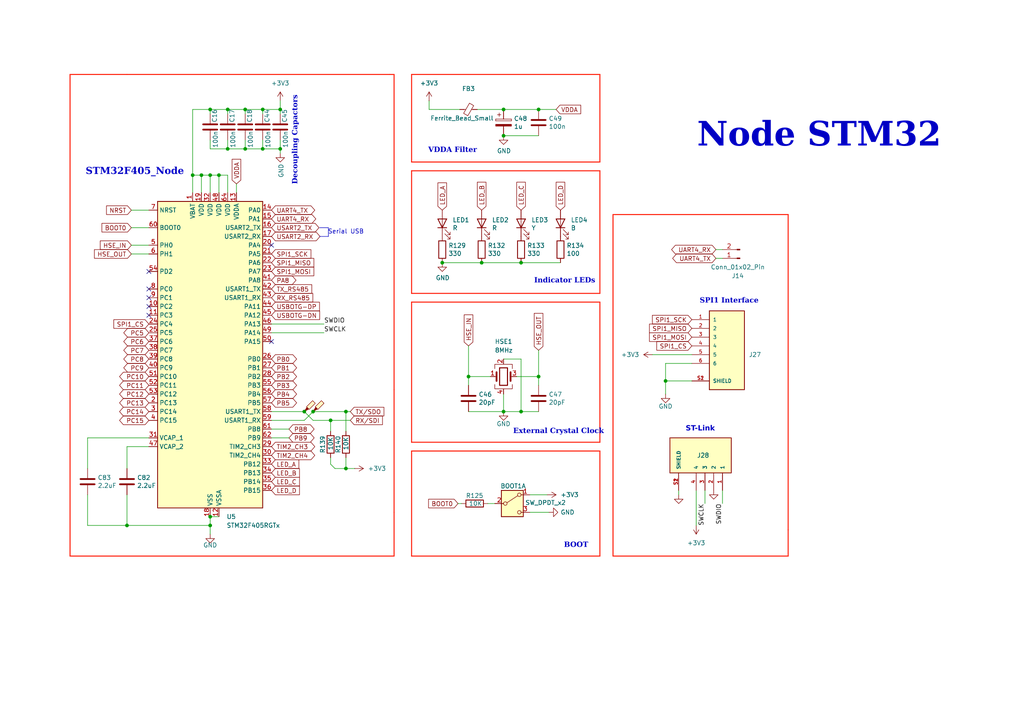
<source format=kicad_sch>
(kicad_sch (version 20231120) (generator "eeschema") (generator_version "8.0")
  (paper "A4")
  (lib_symbols
    (symbol "0533980671:0533980671" (pin_names (offset 1.016))
      (property "Reference" "J" (at -5.0817 11.1798 0))
      (property "Value" "0533980671" (at -5.0834 -15.2486 0))
      (symbol "0533980671_0_0"
        (rectangle (start -5.08 -12.7) (end 5.08 10.16) (stroke (width 0.254)) (fill (type background)))
        (pin passive line (at 10.16 7.62 180) (length 5.08) (name "1") (number "1"))
        (pin passive line (at 10.16 5.08 180) (length 5.08) (name "2") (number "2"))
        (pin passive line (at 10.16 2.54 180) (length 5.08) (name "3") (number "3"))
        (pin passive line (at 10.16 0 180) (length 5.08) (name "4") (number "4"))
        (pin passive line (at 10.16 -2.54 180) (length 5.08) (name "5") (number "5"))
        (pin passive line (at 10.16 -5.08 180) (length 5.08) (name "6") (number "6"))
        (pin passive line (at 10.16 -10.16 180) (length 5.08) (name "SHIELD") (number "S1"))
        (pin passive line (at 10.16 -10.16 180) (length 5.08) (name "SHIELD") (number "S2"))
      )
    )
    (symbol "Connector:Conn_01x02_Pin" (pin_names (offset 1.016) hide)
      (property "Reference" "J" (at 0 2.54 0))
      (property "Value" "Conn_01x02_Pin" (at 0 -5.08 0))
      (symbol "Conn_01x02_Pin_1_1"
        (polyline (pts (xy 1.27 -2.54) (xy 0.8636 -2.54)) (stroke (width 0.1524)))
        (polyline (pts (xy 1.27 0) (xy 0.8636 0)) (stroke (width 0.1524)))
        (rectangle (start 0.8636 -2.413) (end 0 -2.667) (stroke (width 0.1524)) (fill (type outline)))
        (rectangle (start 0.8636 0.127) (end 0 -0.127) (stroke (width 0.1524)) (fill (type outline)))
        (pin passive line (at 5.08 0 180) (length 3.81) (name "Pin_1") (number "1"))
        (pin passive line (at 5.08 -2.54 180) (length 3.81) (name "Pin_2") (number "2"))
      )
    )
    (symbol "Connector:TestPoint_Probe" (pin_numbers hide) (pin_names (offset 0.762) hide)
      (property "Reference" "TP" (at 1.651 5.842 0))
      (property "Value" "TestPoint_Probe" (at 1.651 4.064 0))
      (symbol "TestPoint_Probe_0_1"
        (polyline (pts (xy 1.27 0.762) (xy 0 0) (xy 0.762 1.27) (xy 1.27 0.762)) (fill (type outline)))
        (polyline (pts (xy 1.397 0.635) (xy 0.635 1.397) (xy 2.413 3.175) (xy 3.175 2.413) (xy 1.397 0.635)) (fill (type background)))
      )
      (symbol "TestPoint_Probe_1_1"
        (pin passive line (at 0 0 90) (length 0) (name "1") (number "1"))
      )
    )
    (symbol "Device:C" (pin_numbers hide) (pin_names (offset 0.254))
      (property "Reference" "C" (at 0.635 2.54 0))
      (property "Value" "C" (at 0.635 -2.54 0))
      (symbol "C_0_1"
        (polyline (pts (xy -2.032 -0.762) (xy 2.032 -0.762)) (stroke (width 0.508)))
        (polyline (pts (xy -2.032 0.762) (xy 2.032 0.762)) (stroke (width 0.508)))
      )
      (symbol "C_1_1"
        (pin passive line (at 0 3.81 270) (length 2.794) (name "~") (number "1"))
        (pin passive line (at 0 -3.81 90) (length 2.794) (name "~") (number "2"))
      )
    )
    (symbol "Device:Crystal_GND24" (pin_names (offset 1.016) hide)
      (property "Reference" "Y" (at 3.175 5.08 0))
      (property "Value" "Crystal_GND24" (at 3.175 3.175 0))
      (symbol "Crystal_GND24_0_1"
        (rectangle (start -1.143 2.54) (end 1.143 -2.54) (stroke (width 0.3048)))
        (polyline (pts (xy -2.54 0) (xy -2.032 0)))
        (polyline (pts (xy -2.032 -1.27) (xy -2.032 1.27)) (stroke (width 0.508)))
        (polyline (pts (xy 0 -3.81) (xy 0 -3.556)))
        (polyline (pts (xy 0 3.556) (xy 0 3.81)))
        (polyline (pts (xy 2.032 -1.27) (xy 2.032 1.27)) (stroke (width 0.508)))
        (polyline (pts (xy 2.032 0) (xy 2.54 0)))
        (polyline (pts (xy -2.54 -2.286) (xy -2.54 -3.556) (xy 2.54 -3.556) (xy 2.54 -2.286)))
        (polyline (pts (xy -2.54 2.286) (xy -2.54 3.556) (xy 2.54 3.556) (xy 2.54 2.286)))
      )
      (symbol "Crystal_GND24_1_1"
        (pin passive line (at -3.81 0 0) (length 1.27) (name "1") (number "1"))
        (pin passive line (at 0 5.08 270) (length 1.27) (name "2") (number "2"))
        (pin passive line (at 3.81 0 180) (length 1.27) (name "3") (number "3"))
        (pin passive line (at 0 -5.08 90) (length 1.27) (name "4") (number "4"))
      )
    )
    (symbol "Device:LED" (pin_numbers hide) (pin_names (offset 1.016) hide)
      (property "Reference" "D" (at 0 2.54 0))
      (property "Value" "LED" (at 0 -2.54 0))
      (symbol "LED_0_1"
        (polyline (pts (xy -1.27 -1.27) (xy -1.27 1.27)) (stroke (width 0.254)))
        (polyline (pts (xy -1.27 0) (xy 1.27 0)))
        (polyline (pts (xy 1.27 -1.27) (xy 1.27 1.27) (xy -1.27 0) (xy 1.27 -1.27)) (stroke (width 0.254)))
        (polyline (pts (xy -3.048 -0.762) (xy -4.572 -2.286) (xy -3.81 -2.286) (xy -4.572 -2.286) (xy -4.572 -1.524)))
        (polyline (pts (xy -1.778 -0.762) (xy -3.302 -2.286) (xy -2.54 -2.286) (xy -3.302 -2.286) (xy -3.302 -1.524)))
      )
      (symbol "LED_1_1"
        (pin passive line (at -3.81 0 0) (length 2.54) (name "K") (number "1"))
        (pin passive line (at 3.81 0 180) (length 2.54) (name "A") (number "2"))
      )
    )
    (symbol "Device:R" (pin_numbers hide) (pin_names (offset 0))
      (property "Reference" "R" (at 2.032 0 90))
      (property "Value" "R" (at 0 0 90))
      (symbol "R_0_1"
        (rectangle (start -1.016 -2.54) (end 1.016 2.54) (stroke (width 0.254)))
      )
      (symbol "R_1_1"
        (pin passive line (at 0 3.81 270) (length 1.27) (name "~") (number "1"))
        (pin passive line (at 0 -3.81 90) (length 1.27) (name "~") (number "2"))
      )
    )
    (symbol "Hades-rescue:CP-Device" (pin_numbers hide) (pin_names (offset 0.254))
      (property "Reference" "C" (at 0.635 2.54 0))
      (property "Value" "Device:CP" (at 0.635 -2.54 0))
      (symbol "CP-Device_0_1"
        (rectangle (start -2.286 0.508) (end -2.286 1.016))
        (rectangle (start -2.286 0.508) (end 2.286 0.508))
        (polyline (pts (xy -1.778 2.286) (xy -0.762 2.286)))
        (polyline (pts (xy -1.27 2.794) (xy -1.27 1.778)))
        (rectangle (start 2.286 -0.508) (end -2.286 -1.016) (fill (type outline)))
        (rectangle (start 2.286 1.016) (end -2.286 1.016))
        (rectangle (start 2.286 1.016) (end 2.286 0.508))
      )
      (symbol "CP-Device_1_1"
        (pin passive line (at 0 3.81 270) (length 2.794) (name "~") (number "1"))
        (pin passive line (at 0 -3.81 90) (length 2.794) (name "~") (number "2"))
      )
    )
    (symbol "Hades-rescue:Ferrite_Bead_Small-Device" (pin_numbers hide) (pin_names (offset 0))
      (property "Reference" "L" (at 1.905 1.27 0))
      (property "Value" "Device:Ferrite_Bead_Small" (at 1.905 -1.27 0))
      (symbol "Ferrite_Bead_Small-Device_0_1"
        (polyline (pts (xy 0 -1.27) (xy 0 -0.7874)))
        (polyline (pts (xy 0 0.889) (xy 0 1.2954)))
        (polyline (pts (xy -1.8288 0.2794) (xy -1.1176 1.4986) (xy 1.8288 -0.2032) (xy 1.1176 -1.4224) (xy -1.8288 0.2794)))
      )
      (symbol "Ferrite_Bead_Small-Device_1_1"
        (pin passive line (at 0 2.54 270) (length 1.27) (name "~") (number "1"))
        (pin passive line (at 0 -2.54 90) (length 1.27) (name "~") (number "2"))
      )
    )
    (symbol "Hades-rescue:GND-power" (power) (pin_names (offset 0))
      (property "Value" "power:GND" (at 0 -3.81 0))
      (symbol "GND-power_0_1"
        (polyline (pts (xy 0 0) (xy 0 -1.27) (xy 1.27 -1.27) (xy 0 -2.54) (xy -1.27 -1.27) (xy 0 -1.27)))
      )
      (symbol "GND-power_1_1"
        (pin power_in line (at 0 0 270) (length 0) hide (name "GND") (number "1"))
      )
    )
    (symbol "MCU_ST_STM32F4:STM32F405RGTx"
      (property "Reference" "U5" (at 4.7341 -45.72 0))
      (property "Value" "STM32F405RGTx" (at 4.7341 -48.26 0))
      (symbol "STM32F405RGTx_1_1"
        (rectangle (start -15.24 45.72) (end 15.24 -43.18) (stroke (width 0.254)) (fill (type background)))
        (pin power_in line (at -5.08 48.26 270) (length 2.54) (name "VBAT") (number "1"))
        (pin bidirectional line (at -17.78 15.24 0) (length 2.54) (name "PC2") (number "10"))
        (pin bidirectional line (at -17.78 12.7 0) (length 2.54) (name "PC3") (number "11"))
        (pin power_in line (at 2.54 -45.72 90) (length 2.54) (name "VSSA") (number "12"))
        (pin power_in line (at 7.62 48.26 270) (length 2.54) (name "VDDA") (number "13"))
        (pin bidirectional line (at 17.78 43.18 180) (length 2.54) (name "PA0") (number "14"))
        (pin bidirectional line (at 17.78 40.64 180) (length 2.54) (name "PA1") (number "15"))
        (pin bidirectional line (at 17.78 38.1 180) (length 2.54) (name "PA2") (number "16") (alternate "TIM2_CH3" bidirectional line) (alternate "USART2_TX" bidirectional line))
        (pin bidirectional line (at 17.78 35.56 180) (length 2.54) (name "PA3") (number "17") (alternate "TIM2_CH4" bidirectional line) (alternate "USART2_RX" bidirectional line))
        (pin power_in line (at 0 -45.72 90) (length 2.54) (name "VSS") (number "18"))
        (pin power_in line (at -2.54 48.26 270) (length 2.54) (name "VDD") (number "19"))
        (pin bidirectional line (at -17.78 -12.7 0) (length 2.54) (name "PC13") (number "2"))
        (pin bidirectional line (at 17.78 33.02 180) (length 2.54) (name "PA4") (number "20"))
        (pin bidirectional line (at 17.78 30.48 180) (length 2.54) (name "PA5") (number "21"))
        (pin bidirectional line (at 17.78 27.94 180) (length 2.54) (name "PA6") (number "22"))
        (pin bidirectional line (at 17.78 25.4 180) (length 2.54) (name "PA7") (number "23"))
        (pin bidirectional line (at -17.78 10.16 0) (length 2.54) (name "PC4") (number "24"))
        (pin bidirectional line (at -17.78 7.62 0) (length 2.54) (name "PC5") (number "25"))
        (pin bidirectional line (at 17.78 0 180) (length 2.54) (name "PB0") (number "26"))
        (pin bidirectional line (at 17.78 -2.54 180) (length 2.54) (name "PB1") (number "27"))
        (pin bidirectional line (at 17.78 -5.08 180) (length 2.54) (name "PB2") (number "28"))
        (pin bidirectional line (at 17.78 -25.4 180) (length 2.54) (name "PB10") (number "29") (alternate "TIM2_CH3" bidirectional line))
        (pin bidirectional line (at -17.78 -15.24 0) (length 2.54) (name "PC14") (number "3"))
        (pin bidirectional line (at 17.78 -27.94 180) (length 2.54) (name "PB11") (number "30") (alternate "TIM2_CH4" bidirectional line))
        (pin power_out line (at -17.78 -22.86 0) (length 2.54) (name "VCAP_1") (number "31"))
        (pin power_in line (at 0 48.26 270) (length 2.54) (name "VDD") (number "32"))
        (pin bidirectional line (at 17.78 -30.48 180) (length 2.54) (name "PB12") (number "33"))
        (pin bidirectional line (at 17.78 -33.02 180) (length 2.54) (name "PB13") (number "34"))
        (pin bidirectional line (at 17.78 -35.56 180) (length 2.54) (name "PB14") (number "35"))
        (pin bidirectional line (at 17.78 -38.1 180) (length 2.54) (name "PB15") (number "36"))
        (pin bidirectional line (at -17.78 5.08 0) (length 2.54) (name "PC6") (number "37"))
        (pin bidirectional line (at -17.78 2.54 0) (length 2.54) (name "PC7") (number "38"))
        (pin bidirectional line (at -17.78 0 0) (length 2.54) (name "PC8") (number "39"))
        (pin bidirectional line (at -17.78 -17.78 0) (length 2.54) (name "PC15") (number "4"))
        (pin bidirectional line (at -17.78 -2.54 0) (length 2.54) (name "PC9") (number "40"))
        (pin bidirectional line (at 17.78 22.86 180) (length 2.54) (name "PA8") (number "41"))
        (pin bidirectional line (at 17.78 20.32 180) (length 2.54) (name "PA9") (number "42") (alternate "USART1_TX" bidirectional line))
        (pin bidirectional line (at 17.78 17.78 180) (length 2.54) (name "PA10") (number "43") (alternate "USART1_RX" bidirectional line))
        (pin bidirectional line (at 17.78 15.24 180) (length 2.54) (name "PA11") (number "44"))
        (pin bidirectional line (at 17.78 12.7 180) (length 2.54) (name "PA12") (number "45"))
        (pin bidirectional line (at 17.78 10.16 180) (length 2.54) (name "PA13") (number "46"))
        (pin power_out line (at -17.78 -25.4 0) (length 2.54) (name "VCAP_2") (number "47"))
        (pin power_in line (at 2.54 48.26 270) (length 2.54) (name "VDD") (number "48"))
        (pin bidirectional line (at 17.78 7.62 180) (length 2.54) (name "PA14") (number "49"))
        (pin bidirectional line (at -17.78 33.02 0) (length 2.54) (name "PH0") (number "5"))
        (pin bidirectional line (at 17.78 5.08 180) (length 2.54) (name "PA15") (number "50"))
        (pin bidirectional line (at -17.78 -5.08 0) (length 2.54) (name "PC10") (number "51"))
        (pin bidirectional line (at -17.78 -7.62 0) (length 2.54) (name "PC11") (number "52"))
        (pin bidirectional line (at -17.78 -10.16 0) (length 2.54) (name "PC12") (number "53"))
        (pin bidirectional line (at -17.78 25.4 0) (length 2.54) (name "PD2") (number "54"))
        (pin bidirectional line (at 17.78 -7.62 180) (length 2.54) (name "PB3") (number "55"))
        (pin bidirectional line (at 17.78 -10.16 180) (length 2.54) (name "PB4") (number "56"))
        (pin bidirectional line (at 17.78 -12.7 180) (length 2.54) (name "PB5") (number "57"))
        (pin bidirectional line (at 17.78 -15.24 180) (length 2.54) (name "PB6") (number "58") (alternate "USART1_TX" bidirectional line))
        (pin bidirectional line (at 17.78 -17.78 180) (length 2.54) (name "PB7") (number "59") (alternate "USART1_RX" bidirectional line))
        (pin bidirectional line (at -17.78 30.48 0) (length 2.54) (name "PH1") (number "6"))
        (pin input line (at -17.78 38.1 0) (length 2.54) (name "BOOT0") (number "60"))
        (pin bidirectional line (at 17.78 -20.32 180) (length 2.54) (name "PB8") (number "61"))
        (pin bidirectional line (at 17.78 -22.86 180) (length 2.54) (name "PB9") (number "62"))
        (pin passive line (at 0 -45.72 90) (length 2.54) hide (name "VSS") (number "63"))
        (pin power_in line (at 5.08 48.26 270) (length 2.54) (name "VDD") (number "64"))
        (pin input line (at -17.78 43.18 0) (length 2.54) (name "NRST") (number "7"))
        (pin bidirectional line (at -17.78 20.32 0) (length 2.54) (name "PC0") (number "8"))
        (pin bidirectional line (at -17.78 17.78 0) (length 2.54) (name "PC1") (number "9"))
      )
    )
    (symbol "SM04B-ZESS-TB_LF__SN_:SM04B-ZESS-TB_LF__SN_" (pin_names (offset 1.016))
      (property "Reference" "J" (at -5.08 8.89 0))
      (property "Value" "SM04B-ZESS-TB_LF__SN_" (at -5.08 -11.43 0))
      (symbol "SM04B-ZESS-TB_LF__SN__0_0"
        (rectangle (start -5.08 -10.16) (end 5.08 7.62) (stroke (width 0.254)) (fill (type background)))
        (pin passive line (at -10.16 5.08 0) (length 5.08) (name "1") (number "1"))
        (pin passive line (at -10.16 2.54 0) (length 5.08) (name "2") (number "2"))
        (pin passive line (at -10.16 0 0) (length 5.08) (name "3") (number "3"))
        (pin passive line (at -10.16 -2.54 0) (length 5.08) (name "4") (number "4"))
        (pin passive line (at -10.16 -7.62 0) (length 5.08) (name "SHIELD") (number "S1"))
        (pin passive line (at -10.16 -7.62 0) (length 5.08) (name "SHIELD") (number "S2"))
      )
    )
    (symbol "Switch:SW_DPDT_x2" (pin_names (offset 0) hide)
      (property "Reference" "SW" (at 0 5.08 0))
      (property "Value" "SW_DPDT_x2" (at 0 -5.08 0))
      (symbol "SW_DPDT_x2_0_0"
        (circle (center -2.032 0) (radius 0.508))
        (circle (center 2.032 -2.54) (radius 0.508))
      )
      (symbol "SW_DPDT_x2_0_1"
        (rectangle (start -3.175 3.81) (end 3.175 -3.81) (stroke (width 0.254)) (fill (type background)))
        (polyline (pts (xy -1.524 0.254) (xy 1.5748 2.286)))
        (circle (center 2.032 2.54) (radius 0.508))
      )
      (symbol "SW_DPDT_x2_1_1"
        (pin passive line (at 5.08 2.54 180) (length 2.54) (name "A") (number "1"))
        (pin passive line (at -5.08 0 0) (length 2.54) (name "B") (number "2"))
        (pin passive line (at 5.08 -2.54 180) (length 2.54) (name "C") (number "3"))
      )
      (symbol "SW_DPDT_x2_2_1"
        (pin passive line (at 5.08 2.54 180) (length 2.54) (name "A") (number "4"))
        (pin passive line (at -5.08 0 0) (length 2.54) (name "B") (number "5"))
        (pin passive line (at 5.08 -2.54 180) (length 2.54) (name "C") (number "6"))
      )
    )
    (symbol "power:+3V3" (power) (pin_numbers hide) (pin_names (offset 0) hide)
      (property "Value" "+3V3" (at 0 3.556 0))
      (symbol "+3V3_0_1"
        (polyline (pts (xy -0.762 1.27) (xy 0 2.54)))
        (polyline (pts (xy 0 0) (xy 0 2.54)))
        (polyline (pts (xy 0 2.54) (xy 0.762 1.27)))
      )
      (symbol "+3V3_1_1"
        (pin power_in line (at 0 0 90) (length 0) (name "~") (number "1"))
      )
    )
    (symbol "power:GND" (power) (pin_numbers hide) (pin_names (offset 0) hide)
      (property "Value" "GND" (at 0 -3.81 0))
      (symbol "GND_0_1"
        (polyline (pts (xy 0 0) (xy 0 -1.27) (xy 1.27 -1.27) (xy 0 -2.54) (xy -1.27 -1.27) (xy 0 -1.27)))
      )
      (symbol "GND_1_1"
        (pin power_in line (at 0 0 270) (length 0) (name "~") (number "1"))
      )
    )
  )
  (junction (at 71.12 31.75))
  (junction (at 146.05 119.38))
  (junction (at 100.33 119.38))
  (junction (at 95.885 121.92))
  (junction (at 90.805 119.38))
  (junction (at 60.96 50.8))
  (junction (at 60.96 31.75))
  (junction (at 146.05 31.75))
  (junction (at 81.28 43.18))
  (junction (at 66.04 43.18))
  (junction (at 156.21 109.22))
  (junction (at 58.42 50.8))
  (junction (at 156.21 31.75))
  (junction (at 88.265 119.38))
  (junction (at 60.96 152.4))
  (junction (at 100.33 135.89))
  (junction (at 135.89 109.22))
  (junction (at 139.7 76.2))
  (junction (at 55.88 50.8))
  (junction (at 76.2 31.75))
  (junction (at 146.05 39.37))
  (junction (at 76.2 43.18))
  (junction (at 60.96 149.86))
  (junction (at 71.12 43.18))
  (junction (at 151.13 76.2))
  (junction (at 36.83 152.4))
  (junction (at 63.5 50.8))
  (junction (at 193.04 110.49))
  (junction (at 128.27 76.2))
  (junction (at 66.04 31.75))
  (junction (at 81.28 31.75))
  (junction (at 151.13 119.38))
  (no_connect (at 43.18 78.74))
  (no_connect (at 78.74 99.06))
  (no_connect (at 78.74 71.12))
  (no_connect (at 43.18 88.9))
  (no_connect (at 43.18 91.44))
  (no_connect (at 43.18 86.36))
  (no_connect (at 43.18 83.82))
  (wire (pts (xy 43.18 127) (xy 25.4 127)))
  (wire (pts (xy 60.96 149.86) (xy 60.96 152.4)))
  (wire (pts (xy 55.88 55.88) (xy 55.88 50.8)))
  (wire (pts (xy 201.93 152.4) (xy 201.93 142.24)))
  (wire (pts (xy 151.13 104.14) (xy 151.13 119.38)))
  (wire (pts (xy 38.1 60.96) (xy 43.18 60.96)))
  (wire (pts (xy 38.1 66.04) (xy 43.18 66.04)))
  (wire (pts (xy 60.96 43.18) (xy 66.04 43.18)))
  (wire (pts (xy 151.13 119.38) (xy 146.05 119.38)))
  (wire (pts (xy 43.18 129.54) (xy 36.83 129.54)))
  (wire (pts (xy 60.96 50.8) (xy 63.5 50.8)))
  (wire (pts (xy 146.05 114.3) (xy 146.05 119.38)))
  (wire (pts (xy 66.04 31.75) (xy 66.04 33.02)))
  (wire (pts (xy 60.96 152.4) (xy 60.96 154.94)))
  (wire (pts (xy 66.04 31.75) (xy 60.96 31.75)))
  (polyline (pts (xy 114.3 148.59) (xy 114.3 161.29)) (stroke (width 0.3) (type solid) (color 255 34 15 1)))
  (wire (pts (xy 95.885 132.715) (xy 95.885 134.62)))
  (wire (pts (xy 76.2 31.75) (xy 76.2 33.02)))
  (wire (pts (xy 193.04 105.41) (xy 193.04 110.49)))
  (wire (pts (xy 38.1 71.12) (xy 43.18 71.12)))
  (wire (pts (xy 60.96 40.64) (xy 60.96 43.18)))
  (polyline (pts (xy 92.71 68.58) (xy 95.25 68.58)))
  (polyline (pts (xy 92.71 66.04) (xy 95.25 66.04)))
  (polyline (pts (xy 113.03 21.59) (xy 114.3 21.59)) (stroke (width 0.3) (type solid) (color 255 34 15 1)))
  (wire (pts (xy 95.885 121.92) (xy 95.885 125.095)))
  (wire (pts (xy 76.2 31.75) (xy 71.12 31.75)))
  (wire (pts (xy 71.12 31.75) (xy 71.12 33.02)))
  (wire (pts (xy 193.04 110.49) (xy 200.66 110.49)))
  (polyline (pts (xy 20.32 161.29) (xy 20.32 21.59)) (stroke (width 0.3) (type solid) (color 255 34 15 1)))
  (polyline (pts (xy 114.3 113.03) (xy 114.3 148.59)) (stroke (width 0.3) (type solid) (color 255 34 15 1)))
  (wire (pts (xy 36.83 129.54) (xy 36.83 135.89)))
  (wire (pts (xy 158.75 143.51) (xy 153.67 143.51)))
  (wire (pts (xy 88.265 119.38) (xy 90.805 121.92)))
  (wire (pts (xy 71.12 43.18) (xy 76.2 43.18)))
  (wire (pts (xy 161.29 31.75) (xy 156.21 31.75)))
  (wire (pts (xy 193.04 110.49) (xy 193.04 114.3)))
  (wire (pts (xy 36.83 152.4) (xy 60.96 152.4)))
  (wire (pts (xy 81.28 29.21) (xy 81.28 31.75)))
  (wire (pts (xy 58.42 50.8) (xy 58.42 55.88)))
  (polyline (pts (xy 36.83 21.59) (xy 113.03 21.59)) (stroke (width 0.3) (type solid) (color 255 34 15 1)))
  (wire (pts (xy 135.89 109.22) (xy 135.89 111.76)))
  (wire (pts (xy 153.67 148.59) (xy 159.258 148.59)))
  (wire (pts (xy 135.89 100.33) (xy 135.89 109.22)))
  (polyline (pts (xy 119.38 130.81) (xy 173.99 130.81)) (stroke (width 0.3) (type solid) (color 255 34 15 1)))
  (polyline (pts (xy 119.38 85.09) (xy 119.38 49.53)) (stroke (width 0.3) (type solid) (color 255 34 15 1)))
  (polyline (pts (xy 20.32 21.59) (xy 36.83 21.59)) (stroke (width 0.3) (type solid) (color 255 34 15 1)))
  (wire (pts (xy 128.27 76.2) (xy 139.7 76.2)))
  (wire (pts (xy 60.96 33.02) (xy 60.96 31.75)))
  (wire (pts (xy 81.28 40.64) (xy 81.28 43.18)))
  (wire (pts (xy 83.82 124.46) (xy 78.74 124.46)))
  (wire (pts (xy 156.21 109.22) (xy 149.86 109.22)))
  (wire (pts (xy 95.885 134.62) (xy 97.155 135.89)))
  (wire (pts (xy 90.805 119.38) (xy 88.265 121.92)))
  (polyline (pts (xy 119.38 49.53) (xy 173.99 49.53)) (stroke (width 0.3) (type solid) (color 255 34 15 1)))
  (wire (pts (xy 55.88 31.75) (xy 55.88 50.8)))
  (polyline (pts (xy 173.99 161.29) (xy 119.38 161.29)) (stroke (width 0.3) (type solid) (color 255 34 15 1)))
  (wire (pts (xy 139.7 76.2) (xy 151.13 76.2)))
  (wire (pts (xy 124.46 31.75) (xy 133.35 31.75)))
  (wire (pts (xy 132.842 146.05) (xy 133.858 146.05)))
  (wire (pts (xy 101.6 119.38) (xy 100.33 119.38)))
  (polyline (pts (xy 95.25 66.04) (xy 95.25 68.58)))
  (wire (pts (xy 25.4 127) (xy 25.4 135.89)))
  (wire (pts (xy 76.2 40.64) (xy 76.2 43.18)))
  (wire (pts (xy 100.33 132.715) (xy 100.33 135.89)))
  (polyline (pts (xy 177.8 161.29) (xy 228.6 161.29)) (stroke (width 0.3) (type solid) (color 255 34 15 1)))
  (polyline (pts (xy 173.99 87.63) (xy 119.38 87.63)) (stroke (width 0.3) (type solid) (color 255 34 15 1)))
  (wire (pts (xy 93.98 96.52) (xy 78.74 96.52)))
  (wire (pts (xy 100.33 119.38) (xy 90.805 119.38)))
  (wire (pts (xy 68.58 53.34) (xy 68.58 55.88)))
  (polyline (pts (xy 119.38 87.63) (xy 119.38 128.27)) (stroke (width 0.3) (type solid) (color 255 34 15 1)))
  (wire (pts (xy 156.21 39.37) (xy 146.05 39.37)))
  (wire (pts (xy 156.21 31.75) (xy 146.05 31.75)))
  (wire (pts (xy 71.12 31.75) (xy 66.04 31.75)))
  (wire (pts (xy 209.55 72.39) (xy 207.645 72.39)))
  (polyline (pts (xy 119.38 46.99) (xy 173.99 46.99)) (stroke (width 0.3) (type solid) (color 255 34 15 1)))
  (wire (pts (xy 78.74 121.92) (xy 88.265 121.92)))
  (wire (pts (xy 76.2 43.18) (xy 81.28 43.18)))
  (wire (pts (xy 138.43 31.75) (xy 146.05 31.75)))
  (wire (pts (xy 100.33 135.89) (xy 102.87 135.89)))
  (wire (pts (xy 95.885 121.92) (xy 101.6 121.92)))
  (wire (pts (xy 55.88 50.8) (xy 58.42 50.8)))
  (wire (pts (xy 25.4 152.4) (xy 36.83 152.4)))
  (wire (pts (xy 60.96 50.8) (xy 60.96 55.88)))
  (wire (pts (xy 156.21 111.76) (xy 156.21 109.22)))
  (wire (pts (xy 36.83 143.51) (xy 36.83 152.4)))
  (polyline (pts (xy 119.38 21.59) (xy 173.99 21.59)) (stroke (width 0.3) (type solid) (color 255 34 15 1)))
  (polyline (pts (xy 173.99 85.09) (xy 119.38 85.09)) (stroke (width 0.3) (type solid) (color 255 34 15 1)))
  (wire (pts (xy 209.55 74.93) (xy 207.645 74.93)))
  (polyline (pts (xy 119.38 161.29) (xy 119.38 130.81)) (stroke (width 0.3) (type solid) (color 255 34 15 1)))
  (wire (pts (xy 25.4 143.51) (xy 25.4 152.4)))
  (wire (pts (xy 151.13 76.2) (xy 162.56 76.2)))
  (wire (pts (xy 83.82 127) (xy 78.74 127)))
  (wire (pts (xy 63.5 50.8) (xy 66.04 50.8)))
  (wire (pts (xy 200.66 105.41) (xy 193.04 105.41)))
  (wire (pts (xy 209.55 146.05) (xy 209.55 142.24)))
  (polyline (pts (xy 173.99 49.53) (xy 173.99 85.09)) (stroke (width 0.3) (type solid) (color 255 34 15 1)))
  (polyline (pts (xy 119.38 21.59) (xy 119.38 46.99)) (stroke (width 0.3) (type solid) (color 255 34 15 1)))
  (wire (pts (xy 66.04 50.8) (xy 66.04 55.88)))
  (wire (pts (xy 196.85 142.24) (xy 196.85 143.51)))
  (wire (pts (xy 146.05 104.14) (xy 151.13 104.14)))
  (polyline (pts (xy 114.3 113.03) (xy 114.3 21.59)) (stroke (width 0.3) (type solid) (color 255 34 15 1)))
  (polyline (pts (xy 177.8 62.23) (xy 177.8 161.29)) (stroke (width 0.3) (type solid) (color 255 34 15 1)))
  (wire (pts (xy 60.96 149.86) (xy 63.5 149.86)))
  (polyline (pts (xy 228.6 161.29) (xy 228.6 153.67)) (stroke (width 0.3) (type solid) (color 255 34 15 1)))
  (wire (pts (xy 93.98 93.98) (xy 78.74 93.98)))
  (polyline (pts (xy 114.3 161.29) (xy 20.32 161.29)) (stroke (width 0.3) (type solid) (color 255 34 15 1)))
  (wire (pts (xy 66.04 40.64) (xy 66.04 43.18)))
  (wire (pts (xy 66.04 43.18) (xy 71.12 43.18)))
  (polyline (pts (xy 228.6 153.67) (xy 228.6 62.23)) (stroke (width 0.3) (type solid) (color 255 34 15 1)))
  (wire (pts (xy 90.805 121.92) (xy 95.885 121.92)))
  (wire (pts (xy 135.89 119.38) (xy 146.05 119.38)))
  (wire (pts (xy 189.23 102.87) (xy 200.66 102.87)))
  (wire (pts (xy 81.28 31.75) (xy 76.2 31.75)))
  (wire (pts (xy 81.28 33.02) (xy 81.28 31.75)))
  (wire (pts (xy 60.96 31.75) (xy 55.88 31.75)))
  (wire (pts (xy 141.478 146.05) (xy 143.51 146.05)))
  (wire (pts (xy 38.1 73.66) (xy 43.18 73.66)))
  (wire (pts (xy 100.33 119.38) (xy 100.33 125.095)))
  (wire (pts (xy 156.21 119.38) (xy 151.13 119.38)))
  (wire (pts (xy 204.47 146.05) (xy 204.47 142.24)))
  (wire (pts (xy 78.74 119.38) (xy 88.265 119.38)))
  (wire (pts (xy 156.21 101.6) (xy 156.21 109.22)))
  (wire (pts (xy 81.28 43.18) (xy 81.28 44.45)))
  (polyline (pts (xy 173.99 130.81) (xy 173.99 161.29)) (stroke (width 0.3) (type solid) (color 255 34 15 1)))
  (wire (pts (xy 135.89 109.22) (xy 142.24 109.22)))
  (wire (pts (xy 63.5 50.8) (xy 63.5 55.88)))
  (polyline (pts (xy 119.38 128.27) (xy 173.99 128.27)) (stroke (width 0.3) (type solid) (color 255 34 15 1)))
  (wire (pts (xy 97.155 135.89) (xy 100.33 135.89)))
  (polyline (pts (xy 173.99 46.99) (xy 173.99 21.59)) (stroke (width 0.3) (type solid) (color 255 34 15 1)))
  (wire (pts (xy 58.42 50.8) (xy 60.96 50.8)))
  (wire (pts (xy 124.46 29.21) (xy 124.46 31.75)))
  (polyline (pts (xy 173.99 128.27) (xy 173.99 87.63)) (stroke (width 0.3) (type solid) (color 255 34 15 1)))
  (wire (pts (xy 71.12 40.64) (xy 71.12 43.18)))
  (polyline (pts (xy 228.6 62.23) (xy 177.8 62.23)) (stroke (width 0.3) (type solid) (color 255 34 15 1)))
  (text "SPI1 Interface" (at 202.946 88.646 0) (effects (font (size 1.5 1.5) (thickness 0.3) (bold yes)) (justify left bottom)))
  (text "Decoupling Capactors" (at 86.868 27.686 90) (effects (font (size 1.5 1.5) (thickness 0.4) (bold yes)) (justify right bottom)))
  (text "Node STM32" (at 202.184 45.466 0) (effects (font (size 7 7) (thickness 0.3) (bold yes)) (justify left bottom)))
  (text "ST-Link" (at 198.882 125.73 0) (effects (font (size 1.5 1.5) (thickness 0.3) (bold yes)) (justify left bottom)))
  (text "Serial USB" (at 100.33 67.31 0) (effects (font (size 1.27 1.27))))
  (text "STM32F405_Node" (at 53.34 51.562 0) (effects (font (size 2 2) (thickness 0.4) (bold yes)) (justify right bottom)))
  (text "Indicator LEDs" (at 154.94 82.804 0) (effects (font (size 1.5 1.5) (thickness 0.3) (bold yes)) (justify left bottom)))
  (text "BOOT" (at 163.576 159.512 0) (effects (font (size 1.5 1.5) (thickness 0.3) (bold yes)) (justify left bottom)))
  (text "VDDA Filter" (at 124.206 44.958 0) (effects (font (size 1.5 1.5) (thickness 0.3) (bold yes)) (justify left bottom)))
  (text "External Crystal Clock " (at 148.844 126.492 0) (effects (font (size 1.5 1.5) (thickness 0.3) (bold yes)) (justify left bottom)))
  (label "SWCLK" (at 93.98 96.52 0))
  (label "SWDIO" (at 209.55 146.05 270))
  (label "SWCLK" (at 204.47 146.05 270))
  (label "SWDIO" (at 93.98 93.98 0))
  (global_label "SPI1_SCK" (shape input) (at 200.66 92.71 180) (property "Intersheetrefs" "${INTERSHEET_REFS}" (effects (hide yes))))
  (global_label "TX_RS485" (shape input) (at 78.74 83.82 0) (property "Intersheetrefs" "${INTERSHEET_REFS}" (effects (hide yes))))
  (global_label "PC12" (shape bidirectional) (at 43.18 114.3 180) (property "Intersheetrefs" "${INTERSHEET_REFS}" (effects (hide yes))))
  (global_label "PB9" (shape bidirectional) (at 83.82 127 0) (property "Intersheetrefs" "${INTERSHEET_REFS}" (effects (hide yes))))
  (global_label "PC11" (shape bidirectional) (at 43.18 111.76 180) (property "Intersheetrefs" "${INTERSHEET_REFS}" (effects (hide yes))))
  (global_label "SPI1_MISO" (shape input) (at 78.74 76.2 0) (property "Intersheetrefs" "${INTERSHEET_REFS}" (effects (hide yes))))
  (global_label "SPI1_SCK" (shape input) (at 78.74 73.66 0) (property "Intersheetrefs" "${INTERSHEET_REFS}" (effects (hide yes))))
  (global_label "PC9" (shape bidirectional) (at 43.18 106.68 180) (property "Intersheetrefs" "${INTERSHEET_REFS}" (effects (hide yes))))
  (global_label "UART4_TX" (shape bidirectional) (at 207.645 74.93 180) (property "Intersheetrefs" "${INTERSHEET_REFS}" (effects (hide yes))))
  (global_label "PB1" (shape bidirectional) (at 78.74 106.68 0) (property "Intersheetrefs" "${INTERSHEET_REFS}" (effects (hide yes))))
  (global_label "USART2_RX" (shape bidirectional) (at 78.74 68.58 0) (property "Intersheetrefs" "${INTERSHEET_REFS}" (effects (hide yes))))
  (global_label "PC13" (shape bidirectional) (at 43.18 116.84 180) (property "Intersheetrefs" "${INTERSHEET_REFS}" (effects (hide yes))))
  (global_label "LED_B" (shape input) (at 78.74 137.16 0) (property "Intersheetrefs" "${INTERSHEET_REFS}" (effects (hide yes))))
  (global_label "PC10" (shape bidirectional) (at 43.18 109.22 180) (property "Intersheetrefs" "${INTERSHEET_REFS}" (effects (hide yes))))
  (global_label "PA8" (shape bidirectional) (at 78.74 81.28 0) (property "Intersheetrefs" "${INTERSHEET_REFS}" (effects (hide yes))))
  (global_label "HSE_IN" (shape input) (at 135.89 100.33 90) (property "Intersheetrefs" "${INTERSHEET_REFS}" (effects (hide yes))))
  (global_label "PB8" (shape bidirectional) (at 83.82 124.46 0) (property "Intersheetrefs" "${INTERSHEET_REFS}" (effects (hide yes))))
  (global_label "PC8" (shape bidirectional) (at 43.18 104.14 180) (property "Intersheetrefs" "${INTERSHEET_REFS}" (effects (hide yes))))
  (global_label "UART4_RX" (shape bidirectional) (at 78.74 63.5 0) (property "Intersheetrefs" "${INTERSHEET_REFS}" (effects (hide yes))))
  (global_label "LED_C" (shape input) (at 151.13 60.96 90) (property "Intersheetrefs" "${INTERSHEET_REFS}" (effects (hide yes))))
  (global_label "USBOTG-DP" (shape input) (at 78.74 88.9 0) (property "Intersheetrefs" "${INTERSHEET_REFS}" (effects (hide yes))))
  (global_label "PB5" (shape bidirectional) (at 78.74 116.84 0) (property "Intersheetrefs" "${INTERSHEET_REFS}" (effects (hide yes))))
  (global_label "PC6" (shape bidirectional) (at 43.18 99.06 180) (property "Intersheetrefs" "${INTERSHEET_REFS}" (effects (hide yes))))
  (global_label "VDDA" (shape input) (at 161.29 31.75 0) (property "Intersheetrefs" "${INTERSHEET_REFS}" (effects (hide yes))))
  (global_label "TX/SDO" (shape input) (at 101.6 119.38 0) (property "Intersheetrefs" "${INTERSHEET_REFS}" (effects (hide yes))))
  (global_label "PC7" (shape bidirectional) (at 43.18 101.6 180) (property "Intersheetrefs" "${INTERSHEET_REFS}" (effects (hide yes))))
  (global_label "PB4" (shape bidirectional) (at 78.74 114.3 0) (property "Intersheetrefs" "${INTERSHEET_REFS}" (effects (hide yes))))
  (global_label "LED_A" (shape input) (at 128.27 60.96 90) (property "Intersheetrefs" "${INTERSHEET_REFS}" (effects (hide yes))))
  (global_label "SPI1_MOSI" (shape input) (at 200.66 97.79 180) (property "Intersheetrefs" "${INTERSHEET_REFS}" (effects (hide yes))))
  (global_label "PB3" (shape bidirectional) (at 78.74 111.76 0) (property "Intersheetrefs" "${INTERSHEET_REFS}" (effects (hide yes))))
  (global_label "BOOT0" (shape input) (at 132.842 146.05 180) (property "Intersheetrefs" "${INTERSHEET_REFS}" (effects (hide yes))))
  (global_label "HSE_OUT" (shape input) (at 38.1 73.66 180) (property "Intersheetrefs" "${INTERSHEET_REFS}" (effects (hide yes))))
  (global_label "TIM2_CH4" (shape bidirectional) (at 78.74 132.08 0) (property "Intersheetrefs" "${INTERSHEET_REFS}" (effects (hide yes))))
  (global_label "LED_A" (shape input) (at 78.74 134.62 0) (property "Intersheetrefs" "${INTERSHEET_REFS}" (effects (hide yes))))
  (global_label "SPI1_CS" (shape input) (at 200.66 100.33 180) (property "Intersheetrefs" "${INTERSHEET_REFS}" (effects (hide yes))))
  (global_label "HSE_IN" (shape input) (at 38.1 71.12 180) (property "Intersheetrefs" "${INTERSHEET_REFS}" (effects (hide yes))))
  (global_label "LED_D" (shape input) (at 78.74 142.24 0) (property "Intersheetrefs" "${INTERSHEET_REFS}" (effects (hide yes))))
  (global_label "PB2" (shape bidirectional) (at 78.74 109.22 0) (property "Intersheetrefs" "${INTERSHEET_REFS}" (effects (hide yes))))
  (global_label "PC5" (shape bidirectional) (at 43.18 96.52 180) (property "Intersheetrefs" "${INTERSHEET_REFS}" (effects (hide yes))))
  (global_label "LED_C" (shape input) (at 78.74 139.7 0) (property "Intersheetrefs" "${INTERSHEET_REFS}" (effects (hide yes))))
  (global_label "SPI1_MOSI" (shape input) (at 78.74 78.74 0) (property "Intersheetrefs" "${INTERSHEET_REFS}" (effects (hide yes))))
  (global_label "USART2_TX" (shape bidirectional) (at 78.74 66.04 0) (property "Intersheetrefs" "${INTERSHEET_REFS}" (effects (hide yes))))
  (global_label "PB0" (shape bidirectional) (at 78.74 104.14 0) (property "Intersheetrefs" "${INTERSHEET_REFS}" (effects (hide yes))))
  (global_label "PC14" (shape bidirectional) (at 43.18 119.38 180) (property "Intersheetrefs" "${INTERSHEET_REFS}" (effects (hide yes))))
  (global_label "NRST" (shape input) (at 38.1 60.96 180) (property "Intersheetrefs" "${INTERSHEET_REFS}" (effects (hide yes))))
  (global_label "SPI1_CS" (shape input) (at 43.18 93.98 180) (property "Intersheetrefs" "${INTERSHEET_REFS}" (effects (hide yes))))
  (global_label "LED_B" (shape input) (at 139.7 60.96 90) (property "Intersheetrefs" "${INTERSHEET_REFS}" (effects (hide yes))))
  (global_label "RX/SDI" (shape input) (at 101.6 121.92 0) (property "Intersheetrefs" "${INTERSHEET_REFS}" (effects (hide yes))))
  (global_label "BOOT0" (shape input) (at 38.1 66.04 180) (property "Intersheetrefs" "${INTERSHEET_REFS}" (effects (hide yes))))
  (global_label "PC15" (shape bidirectional) (at 43.18 121.92 180) (property "Intersheetrefs" "${INTERSHEET_REFS}" (effects (hide yes))))
  (global_label "HSE_OUT" (shape input) (at 156.21 101.6 90) (property "Intersheetrefs" "${INTERSHEET_REFS}" (effects (hide yes))))
  (global_label "RX_RS485" (shape input) (at 78.74 86.36 0) (property "Intersheetrefs" "${INTERSHEET_REFS}" (effects (hide yes))))
  (global_label "UART4_RX" (shape bidirectional) (at 207.645 72.39 180) (property "Intersheetrefs" "${INTERSHEET_REFS}" (effects (hide yes))))
  (global_label "LED_D" (shape input) (at 162.56 60.96 90) (property "Intersheetrefs" "${INTERSHEET_REFS}" (effects (hide yes))))
  (global_label "TIM2_CH3" (shape bidirectional) (at 78.74 129.54 0) (property "Intersheetrefs" "${INTERSHEET_REFS}" (effects (hide yes))))
  (global_label "UART4_TX" (shape bidirectional) (at 78.74 60.96 0) (property "Intersheetrefs" "${INTERSHEET_REFS}" (effects (hide yes))))
  (global_label "VDDA" (shape input) (at 68.58 53.34 90) (property "Intersheetrefs" "${INTERSHEET_REFS}" (effects (hide yes))))
  (global_label "USBOTG-DN" (shape input) (at 78.74 91.44 0) (property "Intersheetrefs" "${INTERSHEET_REFS}" (effects (hide yes))))
  (global_label "SPI1_MISO" (shape input) (at 200.66 95.25 180) (property "Intersheetrefs" "${INTERSHEET_REFS}" (effects (hide yes))))
  (symbol (lib_id "power:+3V3") (at 158.75 143.51 270) (unit 1)
    (property "Reference" "#PWR042" (effects (hide yes)))
    (property "Value" "+3V3" (at 162.56 143.5099 90) (effects (justify left)))
    (property "Description" "Power symbol creates a global label with name \"+3V3\"" (effects (hide yes)))
  )
  (symbol (lib_id "SM04B-ZESS-TB_LF__SN_:SM04B-ZESS-TB_LF__SN_") (at 204.47 132.08 270) (mirror x) (unit 1)
    (property "Reference" "J28" (at 205.74 132.08 90) (effects (justify right)))
    (property "Value" "SM04B-ZESS-TB_LF__SN_" (effects (hide yes)))
    (property "Footprint" "SM04B-ZESS-TB_LF__SN_:JST_SM04B-ZESS-TB_LF__SN_" (effects (hide yes)))
    (property "MF" "JST Sales" (effects (hide yes)))
    (property "MAXIMUM_PACKAGE_HEIGHT" "5.8 mm" (effects (hide yes)))
    (property "Package" "None" (effects (hide yes)))
    (property "Price" "None" (effects (hide yes)))
    (property "Check_prices" "https://www.snapeda.com/parts/SM04B-ZESS-TB(LF)(SN)/JST+Sales+America+Inc./view-part/?ref=eda" (effects (hide yes)))
    (property "STANDARD" "Manufacturer Recommendations" (effects (hide yes)))
    (property "PARTREV" "N/A" (effects (hide yes)))
    (property "SnapEDA_Link" "https://www.snapeda.com/parts/SM04B-ZESS-TB(LF)(SN)/JST+Sales+America+Inc./view-part/?ref=snap" (effects (hide yes)))
    (property "MP" "SM04B-ZESS-TB(LF)(SN)" (effects (hide yes)))
    (property "Description_1" "\nConnector Header Surface Mount, Right Angle 4 position 0.059 (1.50mm)\n" (effects (hide yes)))
    (property "Availability" "In Stock" (effects (hide yes)))
    (property "MANUFACTURER" "JST" (effects (hide yes)))
  )
  (symbol (lib_id "Hades-rescue:Ferrite_Bead_Small-Device") (at 135.89 31.75 270) (unit 1)
    (property "Reference" "FB3" (at 135.89 25.7302 90))
    (property "Value" "Ferrite_Bead_Small" (at 133.985 34.29 90))
    (property "Footprint" "Inductor_SMD:L_0603_1608Metric" (effects (hide yes)))
  )
  (symbol (lib_id "Hades-rescue:GND-power") (at 193.04 114.3 0) (unit 1)
    (property "Reference" "#PWR0154" (effects (hide yes)))
    (property "Value" "GND" (at 193.04 117.856 0))
  )
  (symbol (lib_id "power:+3V3") (at 81.28 29.21 0) (unit 1)
    (property "Reference" "#PWR025" (effects (hide yes)))
    (property "Value" "+3V3" (at 81.28 24.13 0))
    (property "Description" "Power symbol creates a global label with name \"+3V3\"" (effects (hide yes)))
  )
  (symbol (lib_id "Hades-rescue:GND-power") (at 146.05 39.37 0) (unit 1)
    (property "Reference" "#PWR0111" (effects (hide yes)))
    (property "Value" "GND" (at 146.177 43.7642 0))
  )
  (symbol (lib_id "Device:LED") (at 162.56 64.77 90) (unit 1)
    (property "Reference" "LED4" (at 165.5572 63.8048 90) (effects (justify right)))
    (property "Value" "B" (at 165.5572 66.1162 90) (effects (justify right)))
    (property "Footprint" "LED_SMD:LED_0603_1608Metric" (effects (hide yes)))
  )
  (symbol (lib_id "Device:LED") (at 128.27 64.77 90) (unit 1)
    (property "Reference" "LED1" (at 131.2672 63.8048 90) (effects (justify right)))
    (property "Value" "R" (at 131.2672 66.1162 90) (effects (justify right)))
    (property "Footprint" "LED_SMD:LED_0603_1608Metric" (effects (hide yes)))
  )
  (symbol (lib_id "Device:LED") (at 151.13 64.77 90) (unit 1)
    (property "Reference" "LED3" (at 154.1272 63.8048 90) (effects (justify right)))
    (property "Value" "Y" (at 154.1272 66.1162 90) (effects (justify right)))
    (property "Footprint" "LED_SMD:LED_0603_1608Metric" (effects (hide yes)))
  )
  (symbol (lib_id "power:+3V3") (at 102.87 135.89 270) (unit 1)
    (property "Reference" "#PWR0105" (effects (hide yes)))
    (property "Value" "+3V3" (at 106.68 135.8899 90) (effects (justify left)))
    (property "Description" "Power symbol creates a global label with name \"+3V3\"" (effects (hide yes)))
  )
  (symbol (lib_id "Device:C") (at 66.04 36.83 0) (unit 1)
    (property "Reference" "C17" (at 67.31 35.56 90) (effects (justify left)))
    (property "Value" "100n" (at 67.564 42.926 90) (effects (justify left)))
    (property "Footprint" "Capacitor_SMD:C_0603_1608Metric" (effects (hide yes)))
  )
  (symbol (lib_id "power:GND") (at 60.96 154.94 0) (unit 1)
    (property "Reference" "#PWR023" (effects (hide yes)))
    (property "Value" "GND" (at 60.96 158.115 0))
    (property "Description" "Power symbol creates a global label with name \"GND\" , ground" (effects (hide yes)))
  )
  (symbol (lib_id "Device:C") (at 25.4 139.7 0) (unit 1)
    (property "Reference" "C83" (at 28.321 138.5316 0) (effects (justify left)))
    (property "Value" "2.2uF" (at 28.321 140.843 0) (effects (justify left)))
    (property "Footprint" "Capacitor_SMD:C_0603_1608Metric" (effects (hide yes)))
  )
  (symbol (lib_id "Device:C") (at 156.21 115.57 0) (unit 1)
    (property "Reference" "C47" (at 159.131 114.4016 0) (effects (justify left)))
    (property "Value" "20pF" (at 159.131 116.713 0) (effects (justify left)))
    (property "Footprint" "Capacitor_SMD:C_0603_1608Metric" (effects (hide yes)))
  )
  (symbol (lib_id "power:+3V3") (at 201.93 152.4 180) (unit 1)
    (property "Reference" "#PWR0128" (effects (hide yes)))
    (property "Value" "+3V3" (at 201.93 157.48 0))
    (property "Description" "Power symbol creates a global label with name \"+3V3\"" (effects (hide yes)))
  )
  (symbol (lib_id "Hades-rescue:CP-Device") (at 146.05 35.56 0) (unit 1)
    (property "Reference" "C48" (at 149.0472 34.3916 0) (effects (justify left)))
    (property "Value" "1u" (at 149.0472 36.703 0) (effects (justify left)))
    (property "Footprint" "Capacitor_SMD:C_0603_1608Metric" (effects (hide yes)))
  )
  (symbol (lib_id "Device:Crystal_GND24") (at 146.05 109.22 0) (unit 1)
    (property "Reference" "HSE1" (at 143.51 99.06 0) (effects (justify left)))
    (property "Value" "8MHz" (at 143.51 101.6 0) (effects (justify left)))
    (property "Footprint" "Crystal:Crystal_SMD_Abracon_ABM8G-4Pin_3.2x2.5mm" (effects (hide yes)))
  )
  (symbol (lib_id "Connector:TestPoint_Probe") (at 88.265 119.38 0) (unit 1)
    (property "Reference" "TP7" (effects (hide yes)))
    (property "Value" "TestPoint_Probe" (effects (hide yes)))
    (property "Footprint" "TestPoint:TestPoint_Pad_D1.0mm" (effects (hide yes)))
    (property "Description" "test point (alternative probe-style design)" (effects (hide yes)))
  )
  (symbol (lib_id "power:+3V3") (at 124.46 29.21 0) (unit 1)
    (property "Reference" "#PWR048" (effects (hide yes)))
    (property "Value" "+3V3" (at 124.46 24.13 0))
    (property "Description" "Power symbol creates a global label with name \"+3V3\"" (effects (hide yes)))
  )
  (symbol (lib_id "Device:C") (at 71.12 36.83 0) (unit 1)
    (property "Reference" "C18" (at 72.39 35.56 90) (effects (justify left)))
    (property "Value" "100n" (at 72.644 42.926 90) (effects (justify left)))
    (property "Footprint" "Capacitor_SMD:C_0603_1608Metric" (effects (hide yes)))
  )
  (symbol (lib_id "Hades-rescue:GND-power") (at 146.05 119.38 0) (unit 1)
    (property "Reference" "#PWR041" (effects (hide yes)))
    (property "Value" "GND" (at 146.05 122.936 0))
  )
  (symbol (lib_id "power:GND") (at 196.85 143.51 0) (unit 1)
    (property "Reference" "#PWR083" (effects (hide yes)))
    (property "Value" "GND" (effects (hide yes)))
    (property "Description" "Power symbol creates a global label with name \"GND\" , ground" (effects (hide yes)))
  )
  (symbol (lib_id "MCU_ST_STM32F4:STM32F405RGTx") (at 60.96 104.14 0) (unit 1)
    (property "Reference" "U5" (at 65.6941 149.86 0) (effects (justify left)))
    (property "Value" "STM32F405RGTx" (at 65.6941 152.4 0) (effects (justify left)))
    (property "Footprint" "Package_QFP:LQFP-64_10x10mm_P0.5mm" (effects (hide yes)))
    (property "Datasheet" "https://www.st.com/resource/en/datasheet/stm32f405rg.pdf" (effects (hide yes)))
    (property "Description" "STMicroelectronics Arm Cortex-M4 MCU, 1024KB flash, 192KB RAM, 168 MHz, 1.8-3.6V, 51 GPIO, LQFP64" (effects (hide yes)))
    (pin "30" (alternate "TIM2_CH4"))
    (pin "16" (alternate "USART2_TX"))
    (pin "29" (alternate "TIM2_CH3"))
    (pin "17" (alternate "USART2_RX"))
    (pin "59" (alternate "USART1_RX"))
    (pin "58" (alternate "USART1_TX"))
    (pin "43" (alternate "USART1_RX"))
    (pin "42" (alternate "USART1_TX"))
  )
  (symbol (lib_id "Device:R") (at 128.27 72.39 180) (unit 1)
    (property "Reference" "R129" (at 130.048 71.2216 0) (effects (justify right)))
    (property "Value" "330" (at 130.048 73.533 0) (effects (justify right)))
    (property "Footprint" "Resistor_SMD:R_0603_1608Metric" (effects (hide yes)))
  )
  (symbol (lib_id "Connector:TestPoint_Probe") (at 90.805 119.38 0) (unit 1)
    (property "Reference" "TP8" (effects (hide yes)))
    (property "Value" "TestPoint_Probe" (effects (hide yes)))
    (property "Footprint" "TestPoint:TestPoint_Pad_D1.0mm" (effects (hide yes)))
    (property "Description" "test point (alternative probe-style design)" (effects (hide yes)))
  )
  (symbol (lib_id "Device:R") (at 95.885 128.905 180) (unit 1)
    (property "Reference" "R139" (at 93.599 128.905 90))
    (property "Value" "10K" (at 95.885 128.651 90))
    (property "Footprint" "Resistor_SMD:R_0402_1005Metric" (effects (hide yes)))
    (property "Description" "Resistor" (effects (hide yes)))
  )
  (symbol (lib_id "Device:C") (at 156.21 35.56 0) (unit 1)
    (property "Reference" "C49" (at 159.131 34.3916 0) (effects (justify left)))
    (property "Value" "100n" (at 159.131 36.703 0) (effects (justify left)))
    (property "Footprint" "Capacitor_SMD:C_0603_1608Metric" (effects (hide yes)))
  )
  (symbol (lib_id "Switch:SW_DPDT_x2") (at 148.59 146.05 0) (unit 1)
    (property "Reference" "BOOT1" (at 148.844 140.97 0))
    (property "Value" "SW_DPDT_x2" (at 158.242 145.796 0))
    (property "Footprint" "Button_Switch_SMD:SW_SPDT_PCM12" (effects (hide yes)))
    (property "Description" "Switch, dual pole double throw, separate symbols" (effects (hide yes)))
  )
  (symbol (lib_id "Device:R") (at 162.56 72.39 180) (unit 1)
    (property "Reference" "R134" (at 164.338 71.2216 0) (effects (justify right)))
    (property "Value" "100" (at 164.338 73.533 0) (effects (justify right)))
    (property "Footprint" "Resistor_SMD:R_0603_1608Metric" (effects (hide yes)))
  )
  (symbol (lib_id "Device:R") (at 151.13 72.39 180) (unit 1)
    (property "Reference" "R133" (at 152.908 71.2216 0) (effects (justify right)))
    (property "Value" "330" (at 152.908 73.533 0) (effects (justify right)))
    (property "Footprint" "Resistor_SMD:R_0603_1608Metric" (effects (hide yes)))
  )
  (symbol (lib_id "Connector:Conn_01x02_Pin") (at 214.63 74.93 180) (unit 1)
    (property "Reference" "J14" (at 213.995 80.01 0))
    (property "Value" "Conn_01x02_Pin" (at 213.995 77.47 0))
    (property "Footprint" "Connector_JST:JST_XA_B02B-XASK-1_1x02_P2.50mm_Vertical" (effects (hide yes)))
    (property "Description" "Generic connector, single row, 01x02, script generated" (effects (hide yes)))
  )
  (symbol (lib_id "power:GND") (at 159.258 148.59 90) (unit 1)
    (property "Reference" "#PWR043" (effects (hide yes)))
    (property "Value" "GND" (at 162.56 148.5899 90) (effects (justify right)))
    (property "Description" "Power symbol creates a global label with name \"GND\" , ground" (effects (hide yes)))
  )
  (symbol (lib_id "Device:C") (at 60.96 36.83 0) (unit 1)
    (property "Reference" "C16" (at 62.23 35.56 90) (effects (justify left)))
    (property "Value" "100n" (at 62.484 42.926 90) (effects (justify left)))
    (property "Footprint" "Capacitor_SMD:C_0603_1608Metric" (effects (hide yes)))
  )
  (symbol (lib_id "Device:C") (at 135.89 115.57 0) (unit 1)
    (property "Reference" "C46" (at 138.811 114.4016 0) (effects (justify left)))
    (property "Value" "20pF" (at 138.811 116.713 0) (effects (justify left)))
    (property "Footprint" "Capacitor_SMD:C_0603_1608Metric" (effects (hide yes)))
  )
  (symbol (lib_id "Device:R") (at 137.668 146.05 90) (unit 1)
    (property "Reference" "R125" (at 137.668 143.764 90))
    (property "Value" "10K" (at 137.922 146.05 90))
    (property "Footprint" "Resistor_SMD:R_0402_1005Metric" (effects (hide yes)))
    (property "Description" "Resistor" (effects (hide yes)))
  )
  (symbol (lib_id "Hades-rescue:GND-power") (at 128.27 76.2 0) (unit 1)
    (property "Reference" "#PWR0104" (effects (hide yes)))
    (property "Value" "GND" (at 128.397 80.5942 0))
  )
  (symbol (lib_id "Device:R") (at 139.7 72.39 180) (unit 1)
    (property "Reference" "R132" (at 141.478 71.2216 0) (effects (justify right)))
    (property "Value" "330" (at 141.478 73.533 0) (effects (justify right)))
    (property "Footprint" "Resistor_SMD:R_0603_1608Metric" (effects (hide yes)))
  )
  (symbol (lib_id "Device:C") (at 76.2 36.83 0) (unit 1)
    (property "Reference" "C44" (at 77.47 35.56 90) (effects (justify left)))
    (property "Value" "100n" (at 77.724 42.926 90) (effects (justify left)))
    (property "Footprint" "Capacitor_SMD:C_0603_1608Metric" (effects (hide yes)))
  )
  (symbol (lib_id "power:GND") (at 81.28 44.45 0) (unit 1)
    (property "Reference" "#PWR026" (effects (hide yes)))
    (property "Value" "GND" (at 81.534 49.53 90))
    (property "Description" "Power symbol creates a global label with name \"GND\" , ground" (effects (hide yes)))
  )
  (symbol (lib_id "0533980671:0533980671") (at 210.82 100.33 0) (mirror y) (unit 1)
    (property "Reference" "J27" (at 217.17 102.8701 0) (effects (justify right)))
    (property "Value" "0533980671" (effects (hide yes)))
    (property "Footprint" "0533980671:MOLEX_0533980671" (effects (hide yes)))
    (property "MF" "Molex" (effects (hide yes)))
    (property "MAXIMUM_PACKAGE_HEIGHT" "4.7mm" (effects (hide yes)))
    (property "Package" "None" (effects (hide yes)))
    (property "Price" "None" (effects (hide yes)))
    (property "Check_prices" "https://www.snapeda.com/parts/0533980671/Molex/view-part/?ref=eda" (effects (hide yes)))
    (property "STANDARD" "Manufacturer Recommendations" (effects (hide yes)))
    (property "PARTREV" "A" (effects (hide yes)))
    (property "SnapEDA_Link" "https://www.snapeda.com/parts/0533980671/Molex/view-part/?ref=snap" (effects (hide yes)))
    (property "MP" "0533980671" (effects (hide yes)))
    (property "Description_1" "\nPicoblade Connector, 6 Circuit Single Row, Right Angle Surface Mount SMT PCB\n" (effects (hide yes)))
    (property "Availability" "In Stock" (effects (hide yes)))
    (property "MANUFACTURER" "Molex" (effects (hide yes)))
  )
  (symbol (lib_id "Device:C") (at 81.28 36.83 0) (unit 1)
    (property "Reference" "C45" (at 82.55 35.56 90) (effects (justify left)))
    (property "Value" "100n" (at 82.804 42.926 90) (effects (justify left)))
    (property "Footprint" "Capacitor_SMD:C_0603_1608Metric" (effects (hide yes)))
  )
  (symbol (lib_id "Device:C") (at 36.83 139.7 0) (unit 1)
    (property "Reference" "C82" (at 39.751 138.5316 0) (effects (justify left)))
    (property "Value" "2.2uF" (at 39.751 140.843 0) (effects (justify left)))
    (property "Footprint" "Capacitor_SMD:C_0603_1608Metric" (effects (hide yes)))
  )
  (symbol (lib_id "power:+3V3") (at 189.23 102.87 90) (unit 1)
    (property "Reference" "#PWR0125" (effects (hide yes)))
    (property "Value" "+3V3" (at 185.42 102.8699 90) (effects (justify left)))
    (property "Description" "Power symbol creates a global label with name \"+3V3\"" (effects (hide yes)))
  )
  (symbol (lib_id "power:GND") (at 207.01 142.24 0) (unit 1)
    (property "Reference" "#PWR0106" (effects (hide yes)))
    (property "Value" "GND" (effects (hide yes)))
    (property "Description" "Power symbol creates a global label with name \"GND\" , ground" (effects (hide yes)))
  )
  (symbol (lib_id "Device:R") (at 100.33 128.905 180) (unit 1)
    (property "Reference" "R140" (at 98.044 128.905 90))
    (property "Value" "10K" (at 100.33 128.651 90))
    (property "Footprint" "Resistor_SMD:R_0402_1005Metric" (effects (hide yes)))
    (property "Description" "Resistor" (effects (hide yes)))
  )
  (symbol (lib_id "Device:LED") (at 139.7 64.77 90) (unit 1)
    (property "Reference" "LED2" (at 142.6972 63.8048 90) (effects (justify right)))
    (property "Value" "R" (at 142.6972 66.1162 90) (effects (justify right)))
    (property "Footprint" "LED_SMD:LED_0603_1608Metric" (effects (hide yes)))
  )
)
</source>
